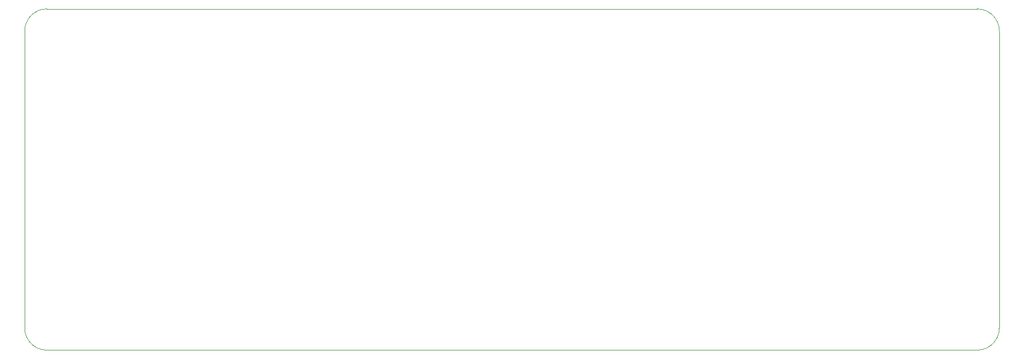
<source format=gm1>
G04 #@! TF.GenerationSoftware,KiCad,Pcbnew,7.0.7*
G04 #@! TF.CreationDate,2024-06-14T09:16:29+02:00*
G04 #@! TF.ProjectId,vfd_display,7666645f-6469-4737-906c-61792e6b6963,rev?*
G04 #@! TF.SameCoordinates,Original*
G04 #@! TF.FileFunction,Profile,NP*
%FSLAX46Y46*%
G04 Gerber Fmt 4.6, Leading zero omitted, Abs format (unit mm)*
G04 Created by KiCad (PCBNEW 7.0.7) date 2024-06-14 09:16:29*
%MOMM*%
%LPD*%
G01*
G04 APERTURE LIST*
G04 #@! TA.AperFunction,Profile*
%ADD10C,0.100000*%
G04 #@! TD*
G04 APERTURE END LIST*
D10*
X77500000Y-63500000D02*
G75*
G03*
X74000000Y-67000000I0J-3500000D01*
G01*
X228000000Y-114000000D02*
X228000000Y-67000000D01*
X77500000Y-117500000D02*
X224500000Y-117500000D01*
X74000000Y-67000000D02*
X74000000Y-114000000D01*
X228000000Y-67000000D02*
G75*
G03*
X224500000Y-63500000I-3500000J0D01*
G01*
X74000000Y-114000000D02*
G75*
G03*
X77500000Y-117500000I3500000J0D01*
G01*
X224500000Y-63500000D02*
X77500000Y-63500000D01*
X224500000Y-117500000D02*
G75*
G03*
X228000000Y-114000000I0J3500000D01*
G01*
M02*

</source>
